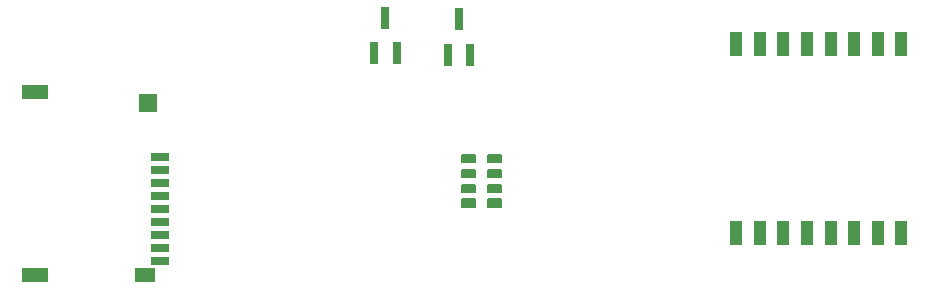
<source format=gbr>
%TF.GenerationSoftware,KiCad,Pcbnew,(5.1.6)-1*%
%TF.CreationDate,2021-06-02T18:30:26+10:00*%
%TF.ProjectId,L2_board,4c325f62-6f61-4726-942e-6b696361645f,2.0*%
%TF.SameCoordinates,Original*%
%TF.FileFunction,Paste,Bot*%
%TF.FilePolarity,Positive*%
%FSLAX46Y46*%
G04 Gerber Fmt 4.6, Leading zero omitted, Abs format (unit mm)*
G04 Created by KiCad (PCBNEW (5.1.6)-1) date 2021-06-02 18:30:26*
%MOMM*%
%LPD*%
G01*
G04 APERTURE LIST*
%ADD10C,0.152400*%
%ADD11R,1.000000X2.000000*%
%ADD12R,0.800000X1.900000*%
%ADD13R,1.092200X0.609600*%
%ADD14R,1.800000X1.200000*%
%ADD15R,2.200000X1.200000*%
%ADD16R,1.500000X1.600000*%
%ADD17R,1.600000X0.700000*%
G04 APERTURE END LIST*
D10*
%TO.C,U3*%
X150363100Y-95356200D02*
X150363100Y-95965800D01*
X150363100Y-95965800D02*
X149270900Y-95965800D01*
X149270900Y-95965800D02*
X149270900Y-95356200D01*
X149270900Y-95356200D02*
X150363100Y-95356200D01*
X150363100Y-96606200D02*
X150363100Y-97215800D01*
X150363100Y-97215800D02*
X149270900Y-97215800D01*
X149270900Y-97215800D02*
X149270900Y-96606200D01*
X149270900Y-96606200D02*
X150363100Y-96606200D01*
X150363100Y-97856200D02*
X150363100Y-98465800D01*
X150363100Y-98465800D02*
X149270900Y-98465800D01*
X149270900Y-98465800D02*
X149270900Y-97856200D01*
X149270900Y-97856200D02*
X150363100Y-97856200D01*
X150363100Y-99106200D02*
X150363100Y-99715800D01*
X150363100Y-99715800D02*
X149270900Y-99715800D01*
X149270900Y-99715800D02*
X149270900Y-99106200D01*
X149270900Y-99106200D02*
X150363100Y-99106200D01*
X148163100Y-99106200D02*
X148163100Y-99715800D01*
X148163100Y-99715800D02*
X147070900Y-99715800D01*
X147070900Y-99715800D02*
X147070900Y-99106200D01*
X147070900Y-99106200D02*
X148163100Y-99106200D01*
X148163100Y-97856200D02*
X148163100Y-98465800D01*
X148163100Y-98465800D02*
X147070900Y-98465800D01*
X147070900Y-98465800D02*
X147070900Y-97856200D01*
X147070900Y-97856200D02*
X148163100Y-97856200D01*
X148163100Y-96606200D02*
X148163100Y-97215800D01*
X148163100Y-97215800D02*
X147070900Y-97215800D01*
X147070900Y-97215800D02*
X147070900Y-96606200D01*
X147070900Y-96606200D02*
X148163100Y-96606200D01*
X148163100Y-95356200D02*
X148163100Y-95965800D01*
X148163100Y-95965800D02*
X147070900Y-95965800D01*
X147070900Y-95965800D02*
X147070900Y-95356200D01*
X147070900Y-95356200D02*
X148163100Y-95356200D01*
%TD*%
D11*
%TO.C,U7*%
X170292000Y-101980000D03*
X172292000Y-101980000D03*
X174292000Y-101980000D03*
X176292000Y-101980000D03*
X178292000Y-101980000D03*
X180292000Y-101980000D03*
X182292000Y-101980000D03*
X184292000Y-101980000D03*
X184292000Y-85980000D03*
X182292000Y-85980000D03*
X180292000Y-85980000D03*
X178292000Y-85980000D03*
X176292000Y-85980000D03*
X174292000Y-85980000D03*
X172292000Y-85980000D03*
X170292000Y-85980000D03*
%TD*%
D12*
%TO.C,Q3*%
X140589000Y-83717000D03*
X139639000Y-86717000D03*
X141539000Y-86717000D03*
%TD*%
%TO.C,Q2*%
X146812000Y-83844000D03*
X145862000Y-86844000D03*
X147762000Y-86844000D03*
%TD*%
D13*
%TO.C,U3*%
X147617000Y-95661000D03*
X147617000Y-96911000D03*
X147617000Y-98161000D03*
X147617000Y-99411000D03*
X149817000Y-99411000D03*
X149817000Y-98161000D03*
X149817000Y-96911000D03*
X149817000Y-95661000D03*
%TD*%
D14*
%TO.C,J4*%
X120242000Y-105511000D03*
D15*
X110942000Y-105511000D03*
X110942000Y-90011000D03*
D16*
X120492000Y-90911000D03*
D17*
X121542000Y-104311000D03*
X121542000Y-103211000D03*
X121542000Y-102111000D03*
X121542000Y-101011000D03*
X121542000Y-99911000D03*
X121542000Y-98811000D03*
X121542000Y-97711000D03*
X121542000Y-96611000D03*
X121542000Y-95511000D03*
%TD*%
M02*

</source>
